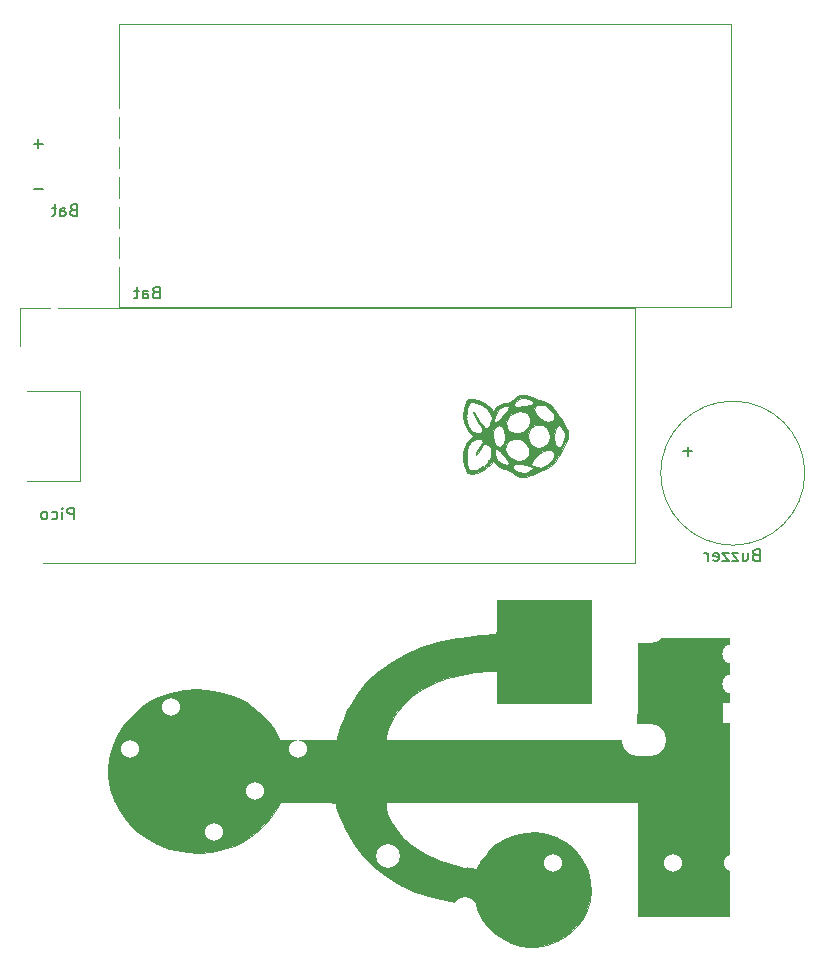
<source format=gbo>
G04 #@! TF.GenerationSoftware,KiCad,Pcbnew,5.1.9+dfsg1-1*
G04 #@! TF.CreationDate,2021-08-19T15:16:30+02:00*
G04 #@! TF.ProjectId,piconsole,7069636f-6e73-46f6-9c65-2e6b69636164,rev?*
G04 #@! TF.SameCoordinates,Original*
G04 #@! TF.FileFunction,Legend,Bot*
G04 #@! TF.FilePolarity,Positive*
%FSLAX46Y46*%
G04 Gerber Fmt 4.6, Leading zero omitted, Abs format (unit mm)*
G04 Created by KiCad (PCBNEW 5.1.9+dfsg1-1) date 2021-08-19 15:16:30*
%MOMM*%
%LPD*%
G01*
G04 APERTURE LIST*
%ADD10C,0.010000*%
%ADD11C,0.120000*%
%ADD12C,0.150000*%
%ADD13C,1.700000*%
%ADD14C,2.100000*%
%ADD15R,1.700000X1.700000*%
%ADD16C,2.000000*%
%ADD17R,2.700000X1.700000*%
%ADD18O,3.740000X2.720000*%
%ADD19C,1.800000*%
%ADD20R,1.800000X1.800000*%
%ADD21R,1.624000X1.624000*%
%ADD22C,1.624000*%
%ADD23C,1.524000*%
%ADD24C,3.100000*%
%ADD25R,2.000000X2.000000*%
%ADD26R,2.200000X2.200000*%
%ADD27O,2.200000X2.200000*%
%ADD28O,1.700000X1.700000*%
%ADD29C,1.600000*%
%ADD30O,1.600000X1.600000*%
%ADD31R,1.600000X1.600000*%
G04 APERTURE END LIST*
D10*
G36*
X103967636Y-121562403D02*
G01*
X104140570Y-122613225D01*
X104465451Y-123600878D01*
X104933619Y-124515859D01*
X105536416Y-125348662D01*
X106265183Y-126089785D01*
X107111262Y-126729724D01*
X108065993Y-127258973D01*
X109120719Y-127668031D01*
X109669855Y-127821330D01*
X110618463Y-127979553D01*
X111633962Y-128014588D01*
X112671027Y-127930057D01*
X113684334Y-127729585D01*
X114604034Y-127426819D01*
X115488428Y-126990017D01*
X116322096Y-126428136D01*
X117076932Y-125766386D01*
X117724830Y-125029974D01*
X118237685Y-124244108D01*
X118313074Y-124100167D01*
X118494442Y-123740333D01*
X120863388Y-123740333D01*
X121557978Y-123740761D01*
X122101682Y-123742897D01*
X122512946Y-123748022D01*
X122810216Y-123757413D01*
X123011938Y-123772350D01*
X123136558Y-123794113D01*
X123202522Y-123823981D01*
X123228278Y-123863233D01*
X123232334Y-123904621D01*
X123268746Y-124114909D01*
X123369406Y-124442539D01*
X123521447Y-124854095D01*
X123712004Y-125316161D01*
X123928211Y-125795324D01*
X124081873Y-126111000D01*
X124750314Y-127261758D01*
X125540638Y-128298358D01*
X126453776Y-129221383D01*
X127490656Y-130031416D01*
X128652206Y-130729042D01*
X129939358Y-131314843D01*
X131353039Y-131789402D01*
X132894178Y-132153305D01*
X133993188Y-132334761D01*
X135059710Y-132483289D01*
X135167160Y-132789644D01*
X135513759Y-133530309D01*
X135997624Y-134200362D01*
X136596339Y-134785540D01*
X137287488Y-135271585D01*
X138048655Y-135644233D01*
X138857424Y-135889225D01*
X139691379Y-135992299D01*
X140183403Y-135980990D01*
X141111374Y-135829725D01*
X141960116Y-135529106D01*
X142733887Y-135077101D01*
X143436946Y-134471675D01*
X143514696Y-134390810D01*
X144070340Y-133684780D01*
X144475835Y-132914009D01*
X144728705Y-132096624D01*
X144826472Y-131250751D01*
X144766657Y-130394519D01*
X144546784Y-129546055D01*
X144264520Y-128905000D01*
X143856257Y-128246136D01*
X143369153Y-127694799D01*
X142761224Y-127204730D01*
X142656447Y-127133263D01*
X141890346Y-126707217D01*
X141084493Y-126434777D01*
X140204995Y-126304501D01*
X140200544Y-126304200D01*
X139265985Y-126320133D01*
X138383660Y-126494408D01*
X137562690Y-126823649D01*
X136812196Y-127304479D01*
X136324273Y-127738928D01*
X135999434Y-128095858D01*
X135701691Y-128473640D01*
X135476706Y-128813375D01*
X135440968Y-128878192D01*
X135293820Y-129151448D01*
X135187852Y-129304471D01*
X135086074Y-129367237D01*
X134951492Y-129369724D01*
X134850875Y-129356371D01*
X133914498Y-129192001D01*
X132992849Y-128974224D01*
X132128910Y-128715335D01*
X131365664Y-128427627D01*
X130979334Y-128249013D01*
X130237112Y-127817703D01*
X129546625Y-127306254D01*
X128926040Y-126735659D01*
X128393521Y-126126909D01*
X127967234Y-125500996D01*
X127665344Y-124878911D01*
X127506016Y-124281647D01*
X127498979Y-124227167D01*
X127442353Y-123740333D01*
X148801667Y-123740333D01*
X148801667Y-133392333D01*
X156506334Y-133392333D01*
X156506334Y-109855000D01*
X148803219Y-109855000D01*
X148781276Y-114151833D01*
X148759334Y-118448667D01*
X138111447Y-118470160D01*
X127463561Y-118491654D01*
X127518272Y-118131493D01*
X127678858Y-117442190D01*
X127952474Y-116794889D01*
X128355220Y-116159229D01*
X128903195Y-115504851D01*
X128921468Y-115485232D01*
X129696635Y-114757830D01*
X130560602Y-114145607D01*
X131526313Y-113642177D01*
X132606712Y-113241158D01*
X133814745Y-112936163D01*
X134258710Y-112852884D01*
X134602598Y-112800799D01*
X135008509Y-112750590D01*
X135442156Y-112705101D01*
X135869252Y-112667178D01*
X136255506Y-112639664D01*
X136566631Y-112625404D01*
X136768339Y-112627244D01*
X136826313Y-112639869D01*
X136839025Y-112732980D01*
X136849880Y-112965868D01*
X136858077Y-113308978D01*
X136862817Y-113732757D01*
X136863667Y-114017778D01*
X136863667Y-115358333D01*
X144822334Y-115358333D01*
X144822334Y-106637667D01*
X136863667Y-106637667D01*
X136863667Y-108077000D01*
X136863119Y-108600928D01*
X136859382Y-108979240D01*
X136849318Y-109235650D01*
X136829789Y-109393874D01*
X136797657Y-109477630D01*
X136749783Y-109510632D01*
X136683029Y-109516597D01*
X136673167Y-109516622D01*
X136377639Y-109528636D01*
X135954784Y-109561145D01*
X135444783Y-109609844D01*
X134887817Y-109670430D01*
X134324068Y-109738600D01*
X133793716Y-109810048D01*
X133451002Y-109861760D01*
X131902821Y-110178447D01*
X130467989Y-110614070D01*
X129148928Y-111167091D01*
X127948060Y-111835972D01*
X126867806Y-112619176D01*
X125910588Y-113515165D01*
X125078827Y-114522402D01*
X124387078Y-115617175D01*
X124203661Y-115979153D01*
X124003830Y-116418694D01*
X123804733Y-116892856D01*
X123623517Y-117358699D01*
X123477329Y-117773281D01*
X123383317Y-118093662D01*
X123366286Y-118173500D01*
X123309327Y-118491000D01*
X120921330Y-118489040D01*
X118533334Y-118487081D01*
X118194797Y-117875207D01*
X117893141Y-117416324D01*
X117482324Y-116912176D01*
X117000563Y-116400891D01*
X116486073Y-115920595D01*
X115977071Y-115509415D01*
X115527667Y-115214313D01*
X114486892Y-114726964D01*
X113380039Y-114388830D01*
X112232118Y-114206379D01*
X111506000Y-114174279D01*
X110357483Y-114254620D01*
X109234687Y-114490843D01*
X108165421Y-114875742D01*
X107490867Y-115214313D01*
X106975470Y-115554750D01*
X106425044Y-116001119D01*
X105885281Y-116510499D01*
X105401870Y-117039966D01*
X105040745Y-117516023D01*
X104597569Y-118307763D01*
X104260337Y-119181491D01*
X104040840Y-120092742D01*
X103950870Y-120997056D01*
X103967636Y-121562403D01*
G37*
X103967636Y-121562403D02*
X104140570Y-122613225D01*
X104465451Y-123600878D01*
X104933619Y-124515859D01*
X105536416Y-125348662D01*
X106265183Y-126089785D01*
X107111262Y-126729724D01*
X108065993Y-127258973D01*
X109120719Y-127668031D01*
X109669855Y-127821330D01*
X110618463Y-127979553D01*
X111633962Y-128014588D01*
X112671027Y-127930057D01*
X113684334Y-127729585D01*
X114604034Y-127426819D01*
X115488428Y-126990017D01*
X116322096Y-126428136D01*
X117076932Y-125766386D01*
X117724830Y-125029974D01*
X118237685Y-124244108D01*
X118313074Y-124100167D01*
X118494442Y-123740333D01*
X120863388Y-123740333D01*
X121557978Y-123740761D01*
X122101682Y-123742897D01*
X122512946Y-123748022D01*
X122810216Y-123757413D01*
X123011938Y-123772350D01*
X123136558Y-123794113D01*
X123202522Y-123823981D01*
X123228278Y-123863233D01*
X123232334Y-123904621D01*
X123268746Y-124114909D01*
X123369406Y-124442539D01*
X123521447Y-124854095D01*
X123712004Y-125316161D01*
X123928211Y-125795324D01*
X124081873Y-126111000D01*
X124750314Y-127261758D01*
X125540638Y-128298358D01*
X126453776Y-129221383D01*
X127490656Y-130031416D01*
X128652206Y-130729042D01*
X129939358Y-131314843D01*
X131353039Y-131789402D01*
X132894178Y-132153305D01*
X133993188Y-132334761D01*
X135059710Y-132483289D01*
X135167160Y-132789644D01*
X135513759Y-133530309D01*
X135997624Y-134200362D01*
X136596339Y-134785540D01*
X137287488Y-135271585D01*
X138048655Y-135644233D01*
X138857424Y-135889225D01*
X139691379Y-135992299D01*
X140183403Y-135980990D01*
X141111374Y-135829725D01*
X141960116Y-135529106D01*
X142733887Y-135077101D01*
X143436946Y-134471675D01*
X143514696Y-134390810D01*
X144070340Y-133684780D01*
X144475835Y-132914009D01*
X144728705Y-132096624D01*
X144826472Y-131250751D01*
X144766657Y-130394519D01*
X144546784Y-129546055D01*
X144264520Y-128905000D01*
X143856257Y-128246136D01*
X143369153Y-127694799D01*
X142761224Y-127204730D01*
X142656447Y-127133263D01*
X141890346Y-126707217D01*
X141084493Y-126434777D01*
X140204995Y-126304501D01*
X140200544Y-126304200D01*
X139265985Y-126320133D01*
X138383660Y-126494408D01*
X137562690Y-126823649D01*
X136812196Y-127304479D01*
X136324273Y-127738928D01*
X135999434Y-128095858D01*
X135701691Y-128473640D01*
X135476706Y-128813375D01*
X135440968Y-128878192D01*
X135293820Y-129151448D01*
X135187852Y-129304471D01*
X135086074Y-129367237D01*
X134951492Y-129369724D01*
X134850875Y-129356371D01*
X133914498Y-129192001D01*
X132992849Y-128974224D01*
X132128910Y-128715335D01*
X131365664Y-128427627D01*
X130979334Y-128249013D01*
X130237112Y-127817703D01*
X129546625Y-127306254D01*
X128926040Y-126735659D01*
X128393521Y-126126909D01*
X127967234Y-125500996D01*
X127665344Y-124878911D01*
X127506016Y-124281647D01*
X127498979Y-124227167D01*
X127442353Y-123740333D01*
X148801667Y-123740333D01*
X148801667Y-133392333D01*
X156506334Y-133392333D01*
X156506334Y-109855000D01*
X148803219Y-109855000D01*
X148781276Y-114151833D01*
X148759334Y-118448667D01*
X138111447Y-118470160D01*
X127463561Y-118491654D01*
X127518272Y-118131493D01*
X127678858Y-117442190D01*
X127952474Y-116794889D01*
X128355220Y-116159229D01*
X128903195Y-115504851D01*
X128921468Y-115485232D01*
X129696635Y-114757830D01*
X130560602Y-114145607D01*
X131526313Y-113642177D01*
X132606712Y-113241158D01*
X133814745Y-112936163D01*
X134258710Y-112852884D01*
X134602598Y-112800799D01*
X135008509Y-112750590D01*
X135442156Y-112705101D01*
X135869252Y-112667178D01*
X136255506Y-112639664D01*
X136566631Y-112625404D01*
X136768339Y-112627244D01*
X136826313Y-112639869D01*
X136839025Y-112732980D01*
X136849880Y-112965868D01*
X136858077Y-113308978D01*
X136862817Y-113732757D01*
X136863667Y-114017778D01*
X136863667Y-115358333D01*
X144822334Y-115358333D01*
X144822334Y-106637667D01*
X136863667Y-106637667D01*
X136863667Y-108077000D01*
X136863119Y-108600928D01*
X136859382Y-108979240D01*
X136849318Y-109235650D01*
X136829789Y-109393874D01*
X136797657Y-109477630D01*
X136749783Y-109510632D01*
X136683029Y-109516597D01*
X136673167Y-109516622D01*
X136377639Y-109528636D01*
X135954784Y-109561145D01*
X135444783Y-109609844D01*
X134887817Y-109670430D01*
X134324068Y-109738600D01*
X133793716Y-109810048D01*
X133451002Y-109861760D01*
X131902821Y-110178447D01*
X130467989Y-110614070D01*
X129148928Y-111167091D01*
X127948060Y-111835972D01*
X126867806Y-112619176D01*
X125910588Y-113515165D01*
X125078827Y-114522402D01*
X124387078Y-115617175D01*
X124203661Y-115979153D01*
X124003830Y-116418694D01*
X123804733Y-116892856D01*
X123623517Y-117358699D01*
X123477329Y-117773281D01*
X123383317Y-118093662D01*
X123366286Y-118173500D01*
X123309327Y-118491000D01*
X120921330Y-118489040D01*
X118533334Y-118487081D01*
X118194797Y-117875207D01*
X117893141Y-117416324D01*
X117482324Y-116912176D01*
X117000563Y-116400891D01*
X116486073Y-115920595D01*
X115977071Y-115509415D01*
X115527667Y-115214313D01*
X114486892Y-114726964D01*
X113380039Y-114388830D01*
X112232118Y-114206379D01*
X111506000Y-114174279D01*
X110357483Y-114254620D01*
X109234687Y-114490843D01*
X108165421Y-114875742D01*
X107490867Y-115214313D01*
X106975470Y-115554750D01*
X106425044Y-116001119D01*
X105885281Y-116510499D01*
X105401870Y-117039966D01*
X105040745Y-117516023D01*
X104597569Y-118307763D01*
X104260337Y-119181491D01*
X104040840Y-120092742D01*
X103950870Y-120997056D01*
X103967636Y-121562403D01*
D11*
X96520000Y-85090000D02*
X96520000Y-81915000D01*
X96520000Y-81915000D02*
X99060000Y-81915000D01*
X148590000Y-81915000D02*
X148590000Y-103505000D01*
X148590000Y-103505000D02*
X98425000Y-103505000D01*
X148590000Y-81915000D02*
X99695000Y-81915000D01*
X101553400Y-88900000D02*
X97053400Y-88900000D01*
X101553400Y-96520000D02*
X97053400Y-96520000D01*
X101553400Y-88900000D02*
X101553400Y-96520000D01*
D10*
G36*
X134084621Y-95194759D02*
G01*
X134245946Y-95652167D01*
X134358413Y-95839367D01*
X134505242Y-95914827D01*
X134687472Y-95926058D01*
X135156551Y-95857378D01*
X135628674Y-95674141D01*
X136047528Y-95405081D01*
X136356796Y-95078929D01*
X136361533Y-95071938D01*
X136518607Y-94838229D01*
X136869435Y-95161611D01*
X137217671Y-95418774D01*
X137575382Y-95542526D01*
X137592298Y-95545383D01*
X137984343Y-95679496D01*
X138218333Y-95846027D01*
X138574302Y-96119227D01*
X138925557Y-96243010D01*
X139304039Y-96220666D01*
X139741691Y-96055482D01*
X139827570Y-96011700D01*
X140177054Y-95846428D01*
X140555092Y-95695244D01*
X140768485Y-95624406D01*
X141063373Y-95522326D01*
X141310422Y-95389692D01*
X141535305Y-95201407D01*
X141763694Y-94932376D01*
X142021259Y-94557503D01*
X142270961Y-94155637D01*
X142575563Y-93620834D01*
X142775519Y-93186856D01*
X142879021Y-92828272D01*
X142894263Y-92519650D01*
X142859409Y-92329000D01*
X142780498Y-92144324D01*
X142626975Y-91859776D01*
X142422155Y-91512145D01*
X142189352Y-91138219D01*
X142132042Y-91050511D01*
X142132042Y-91822705D01*
X142305110Y-91941318D01*
X142472833Y-92198773D01*
X142601780Y-92474317D01*
X142651378Y-92672635D01*
X142626236Y-92863554D01*
X142533104Y-93111787D01*
X142347067Y-93472473D01*
X142167710Y-93668542D01*
X142005930Y-93704656D01*
X141872625Y-93585478D01*
X141778691Y-93315672D01*
X141735025Y-92899900D01*
X141733248Y-92769516D01*
X141765022Y-92338070D01*
X141850047Y-92030304D01*
X141976371Y-91855442D01*
X142132042Y-91822705D01*
X142132042Y-91050511D01*
X141951880Y-90774787D01*
X141733053Y-90458638D01*
X141556184Y-90226561D01*
X141466441Y-90130933D01*
X141247985Y-89994293D01*
X140945049Y-89860548D01*
X140738150Y-89792175D01*
X140540603Y-89727754D01*
X140540603Y-90085649D01*
X140542433Y-90085650D01*
X140898878Y-90152201D01*
X141223243Y-90329328D01*
X141487060Y-90584386D01*
X141661859Y-90884732D01*
X141719172Y-91197721D01*
X141680608Y-91390742D01*
X141566404Y-91488975D01*
X141399087Y-91512302D01*
X141399087Y-93897436D01*
X141604190Y-93979327D01*
X141713951Y-94172709D01*
X141709389Y-94445777D01*
X141592648Y-94755304D01*
X141563124Y-94806274D01*
X141303835Y-95105789D01*
X140970978Y-95312674D01*
X140606583Y-95415318D01*
X140252677Y-95402109D01*
X139951289Y-95261438D01*
X139942213Y-95254067D01*
X139742333Y-95088801D01*
X139920369Y-94773628D01*
X140144819Y-94478024D01*
X140441966Y-94225125D01*
X140774760Y-94032409D01*
X141106150Y-93917354D01*
X141399087Y-93897436D01*
X141399087Y-91512302D01*
X141312666Y-91524351D01*
X141276929Y-91524667D01*
X140889726Y-91449278D01*
X140521403Y-91248504D01*
X140419667Y-91146332D01*
X140419667Y-91782432D01*
X140790239Y-91848845D01*
X141066843Y-92052789D01*
X141258870Y-92401316D01*
X141264415Y-92416908D01*
X141340533Y-92820915D01*
X141261160Y-93191795D01*
X141165008Y-93373238D01*
X141003118Y-93539468D01*
X140771920Y-93682847D01*
X140744487Y-93694908D01*
X140388934Y-93764277D01*
X140061226Y-93686158D01*
X139789958Y-93482392D01*
X139603724Y-93174824D01*
X139531120Y-92785295D01*
X139530983Y-92767934D01*
X139595410Y-92349519D01*
X139780519Y-92035825D01*
X140072681Y-91841965D01*
X140419667Y-91782432D01*
X140419667Y-91146332D01*
X140234560Y-90960430D01*
X140166585Y-90849110D01*
X140048724Y-90523111D01*
X140073508Y-90283678D01*
X140238335Y-90136095D01*
X140540603Y-90085649D01*
X140540603Y-89727754D01*
X140374126Y-89673464D01*
X139994817Y-89524348D01*
X139825785Y-89447215D01*
X139556238Y-89329931D01*
X139323258Y-89254280D01*
X139261966Y-89244582D01*
X139261966Y-89542649D01*
X139585725Y-89613730D01*
X139730147Y-89688563D01*
X139899610Y-89840287D01*
X139904745Y-89971662D01*
X139743530Y-90090285D01*
X139608974Y-90144054D01*
X139363799Y-90199924D01*
X139033607Y-90238636D01*
X138821008Y-90248217D01*
X138821008Y-90649778D01*
X139093339Y-90668755D01*
X139280294Y-90748732D01*
X139459249Y-90919224D01*
X139654130Y-91229738D01*
X139683474Y-91549402D01*
X139547995Y-91893429D01*
X139507812Y-91956646D01*
X139205781Y-92277773D01*
X138832393Y-92469363D01*
X138426077Y-92512323D01*
X138405550Y-92510123D01*
X138405550Y-92974379D01*
X138814477Y-93019926D01*
X139077525Y-93141074D01*
X139370907Y-93398941D01*
X139555228Y-93719548D01*
X139621570Y-94062952D01*
X139561014Y-94389211D01*
X139407515Y-94618848D01*
X139128898Y-94787202D01*
X138784316Y-94837689D01*
X138694161Y-94823542D01*
X138694161Y-95092147D01*
X139020988Y-95110290D01*
X139357124Y-95170408D01*
X139651980Y-95269077D01*
X139699622Y-95292138D01*
X139987926Y-95441226D01*
X139754575Y-95641946D01*
X139539655Y-95778803D01*
X139273210Y-95836461D01*
X139096099Y-95842667D01*
X138809951Y-95824915D01*
X138611605Y-95751713D01*
X138421463Y-95593135D01*
X138414868Y-95586560D01*
X138259292Y-95414125D01*
X138216736Y-95300543D01*
X138269309Y-95197260D01*
X138270786Y-95195473D01*
X138427231Y-95119400D01*
X138694161Y-95092147D01*
X138694161Y-94823542D01*
X138418793Y-94780331D01*
X138077352Y-94625152D01*
X137805015Y-94382175D01*
X137714444Y-94241949D01*
X137589687Y-93861631D01*
X137618379Y-93520890D01*
X137795185Y-93240856D01*
X138004972Y-93091876D01*
X138405550Y-92974379D01*
X138405550Y-92510123D01*
X138395915Y-92509090D01*
X138045654Y-92404573D01*
X137810586Y-92209863D01*
X137684370Y-91952683D01*
X137660668Y-91660758D01*
X137733142Y-91361810D01*
X137895454Y-91083565D01*
X138141265Y-90853744D01*
X138464237Y-90700072D01*
X138821008Y-90649778D01*
X138821008Y-90248217D01*
X138783945Y-90249888D01*
X138493763Y-90248193D01*
X138336419Y-90228058D01*
X138275511Y-90176782D01*
X138274641Y-90081668D01*
X138275945Y-90072661D01*
X138388168Y-89841233D01*
X138619223Y-89668013D01*
X138925144Y-89564615D01*
X139261966Y-89542649D01*
X139261966Y-89244582D01*
X139224586Y-89238667D01*
X138855572Y-89304425D01*
X138474155Y-89479151D01*
X138214302Y-89673354D01*
X138007386Y-89827885D01*
X137812827Y-89911270D01*
X137786929Y-89914235D01*
X137786929Y-90197954D01*
X137842571Y-90215570D01*
X137863381Y-90320005D01*
X137770556Y-90520573D01*
X137575353Y-90799060D01*
X137289030Y-91137250D01*
X137239552Y-91191317D01*
X137049710Y-91382677D01*
X137049710Y-91839541D01*
X137238960Y-91909492D01*
X137396231Y-92090993D01*
X137509101Y-92355226D01*
X137565149Y-92673376D01*
X137551953Y-93016626D01*
X137460653Y-93347719D01*
X137303535Y-93574646D01*
X137099929Y-93642825D01*
X136868546Y-93549785D01*
X136814337Y-93501199D01*
X136814337Y-93794909D01*
X136938784Y-93889356D01*
X137097006Y-94037493D01*
X137330061Y-94278312D01*
X137558508Y-94543163D01*
X137752773Y-94794197D01*
X137883281Y-94993561D01*
X137922000Y-95093370D01*
X137849348Y-95147100D01*
X137706129Y-95165333D01*
X137410298Y-95105700D01*
X137106557Y-94956683D01*
X136912625Y-94792316D01*
X136800894Y-94575639D01*
X136723385Y-94280255D01*
X136699829Y-93996169D01*
X136714237Y-93887294D01*
X136750415Y-93798510D01*
X136814337Y-93794909D01*
X136814337Y-93501199D01*
X136748072Y-93441807D01*
X136579091Y-93156952D01*
X136509161Y-92805936D01*
X136535006Y-92442829D01*
X136653349Y-92121700D01*
X136840903Y-91909956D01*
X137049710Y-91839541D01*
X137049710Y-91382677D01*
X136979427Y-91453523D01*
X136803337Y-91579405D01*
X136699320Y-91572134D01*
X136655414Y-91434877D01*
X136652000Y-91346962D01*
X136706587Y-91018030D01*
X136847687Y-90694599D01*
X137041305Y-90447917D01*
X137103794Y-90400018D01*
X137337124Y-90284557D01*
X137587154Y-90211630D01*
X137786929Y-90197954D01*
X137786929Y-89914235D01*
X137771516Y-89916000D01*
X137454555Y-89974086D01*
X137115128Y-90123027D01*
X136829098Y-90324843D01*
X136725518Y-90439656D01*
X136547220Y-90690053D01*
X136331663Y-90387097D01*
X136060103Y-90116159D01*
X135676289Y-89874866D01*
X135237299Y-89692370D01*
X134800212Y-89597827D01*
X134783358Y-89596268D01*
X134764142Y-89595121D01*
X134764142Y-89879744D01*
X134768167Y-89879981D01*
X134945344Y-89893858D01*
X135022167Y-89905082D01*
X135086554Y-89914284D01*
X135182585Y-89949268D01*
X135363813Y-90037695D01*
X135404054Y-90058902D01*
X135594562Y-90156187D01*
X135711735Y-90207969D01*
X135720667Y-90210201D01*
X135841638Y-90279077D01*
X135992024Y-90422699D01*
X136111317Y-90576849D01*
X136144000Y-90659480D01*
X136190414Y-90731686D01*
X136228667Y-90720333D01*
X136295307Y-90746257D01*
X136313333Y-90842336D01*
X136350589Y-90982562D01*
X136404727Y-91016667D01*
X136451978Y-91086626D01*
X136441074Y-91265089D01*
X136380598Y-91504933D01*
X136279133Y-91759034D01*
X136263934Y-91789573D01*
X136142462Y-91966944D01*
X136029852Y-92058352D01*
X135879812Y-92027804D01*
X135676382Y-91851668D01*
X135430094Y-91541162D01*
X135176017Y-91148647D01*
X135027499Y-90907555D01*
X134919706Y-90744527D01*
X134874290Y-90692173D01*
X134874000Y-90693807D01*
X134914377Y-90841725D01*
X135020488Y-91087824D01*
X135169808Y-91385773D01*
X135339807Y-91689242D01*
X135426526Y-91830139D01*
X135578425Y-92074257D01*
X135646713Y-92220788D01*
X135640584Y-92313784D01*
X135569228Y-92397297D01*
X135548762Y-92415993D01*
X135486610Y-92446387D01*
X135486610Y-92988893D01*
X135644820Y-93077727D01*
X135657981Y-93249359D01*
X135526205Y-93489363D01*
X135357500Y-93735948D01*
X135208571Y-93989920D01*
X135102008Y-94207988D01*
X135060400Y-94346863D01*
X135066589Y-94370144D01*
X135127168Y-94323911D01*
X135251787Y-94168382D01*
X135413572Y-93937122D01*
X135415027Y-93934932D01*
X135639137Y-93622770D01*
X135813869Y-93452725D01*
X135963141Y-93414268D01*
X136110876Y-93496868D01*
X136199675Y-93589543D01*
X136328594Y-93773858D01*
X136386250Y-93973694D01*
X136381150Y-94243176D01*
X136343930Y-94507485D01*
X136293873Y-94697560D01*
X136233810Y-94780369D01*
X136217861Y-94777655D01*
X136147765Y-94791650D01*
X136144000Y-94815622D01*
X136090165Y-94941253D01*
X136032682Y-95011119D01*
X135897807Y-95177847D01*
X135823590Y-95292333D01*
X135749804Y-95381169D01*
X135723241Y-95350068D01*
X135675213Y-95304397D01*
X135527224Y-95377525D01*
X135472181Y-95415406D01*
X135289872Y-95529771D01*
X135165220Y-95580580D01*
X135154681Y-95580479D01*
X135043333Y-95587922D01*
X134937440Y-95607887D01*
X134740250Y-95629403D01*
X134733326Y-95629997D01*
X134552857Y-95628643D01*
X134461098Y-95552720D01*
X134404675Y-95356347D01*
X134402442Y-95345549D01*
X134363073Y-95078688D01*
X134336949Y-94753054D01*
X134324706Y-94413581D01*
X134326976Y-94105203D01*
X134344395Y-93872855D01*
X134377598Y-93761471D01*
X134380047Y-93759652D01*
X134415638Y-93660662D01*
X134404348Y-93634885D01*
X134425752Y-93542861D01*
X134487147Y-93504863D01*
X134580672Y-93430417D01*
X134579177Y-93389777D01*
X134597108Y-93281567D01*
X134734921Y-93159577D01*
X134948620Y-93052648D01*
X135188441Y-92990378D01*
X135486610Y-92988893D01*
X135486610Y-92446387D01*
X135339220Y-92518467D01*
X135152578Y-92502634D01*
X134909409Y-92417596D01*
X134705008Y-92303801D01*
X134583741Y-92190426D01*
X134574482Y-92122485D01*
X134550085Y-92035778D01*
X134493941Y-92002410D01*
X134408828Y-91898667D01*
X134415533Y-91832769D01*
X134407270Y-91694042D01*
X134370391Y-91654380D01*
X134317102Y-91550889D01*
X134329574Y-91515107D01*
X134325590Y-91389564D01*
X134278255Y-91309291D01*
X134220994Y-91208446D01*
X134273945Y-91186000D01*
X134329570Y-91147887D01*
X134278624Y-91011628D01*
X134275865Y-91006449D01*
X134232132Y-90890642D01*
X134262921Y-90878287D01*
X134316984Y-90838030D01*
X134347555Y-90661073D01*
X134350997Y-90572684D01*
X134373324Y-90345755D01*
X134423409Y-90204147D01*
X134445629Y-90185790D01*
X134523254Y-90087339D01*
X134535333Y-90010844D01*
X134587524Y-89902597D01*
X134764142Y-89879744D01*
X134764142Y-89595121D01*
X134536004Y-89581498D01*
X134398051Y-89614131D01*
X134310321Y-89725593D01*
X134239743Y-89884948D01*
X134069332Y-90444886D01*
X134012119Y-91008623D01*
X134062939Y-91544333D01*
X134216630Y-92020190D01*
X134468026Y-92404369D01*
X134678306Y-92587769D01*
X134935044Y-92761872D01*
X134653034Y-92946735D01*
X134354943Y-93237896D01*
X134143863Y-93642797D01*
X134024986Y-94126919D01*
X134003508Y-94655745D01*
X134084621Y-95194759D01*
G37*
X134084621Y-95194759D02*
X134245946Y-95652167D01*
X134358413Y-95839367D01*
X134505242Y-95914827D01*
X134687472Y-95926058D01*
X135156551Y-95857378D01*
X135628674Y-95674141D01*
X136047528Y-95405081D01*
X136356796Y-95078929D01*
X136361533Y-95071938D01*
X136518607Y-94838229D01*
X136869435Y-95161611D01*
X137217671Y-95418774D01*
X137575382Y-95542526D01*
X137592298Y-95545383D01*
X137984343Y-95679496D01*
X138218333Y-95846027D01*
X138574302Y-96119227D01*
X138925557Y-96243010D01*
X139304039Y-96220666D01*
X139741691Y-96055482D01*
X139827570Y-96011700D01*
X140177054Y-95846428D01*
X140555092Y-95695244D01*
X140768485Y-95624406D01*
X141063373Y-95522326D01*
X141310422Y-95389692D01*
X141535305Y-95201407D01*
X141763694Y-94932376D01*
X142021259Y-94557503D01*
X142270961Y-94155637D01*
X142575563Y-93620834D01*
X142775519Y-93186856D01*
X142879021Y-92828272D01*
X142894263Y-92519650D01*
X142859409Y-92329000D01*
X142780498Y-92144324D01*
X142626975Y-91859776D01*
X142422155Y-91512145D01*
X142189352Y-91138219D01*
X142132042Y-91050511D01*
X142132042Y-91822705D01*
X142305110Y-91941318D01*
X142472833Y-92198773D01*
X142601780Y-92474317D01*
X142651378Y-92672635D01*
X142626236Y-92863554D01*
X142533104Y-93111787D01*
X142347067Y-93472473D01*
X142167710Y-93668542D01*
X142005930Y-93704656D01*
X141872625Y-93585478D01*
X141778691Y-93315672D01*
X141735025Y-92899900D01*
X141733248Y-92769516D01*
X141765022Y-92338070D01*
X141850047Y-92030304D01*
X141976371Y-91855442D01*
X142132042Y-91822705D01*
X142132042Y-91050511D01*
X141951880Y-90774787D01*
X141733053Y-90458638D01*
X141556184Y-90226561D01*
X141466441Y-90130933D01*
X141247985Y-89994293D01*
X140945049Y-89860548D01*
X140738150Y-89792175D01*
X140540603Y-89727754D01*
X140540603Y-90085649D01*
X140542433Y-90085650D01*
X140898878Y-90152201D01*
X141223243Y-90329328D01*
X141487060Y-90584386D01*
X141661859Y-90884732D01*
X141719172Y-91197721D01*
X141680608Y-91390742D01*
X141566404Y-91488975D01*
X141399087Y-91512302D01*
X141399087Y-93897436D01*
X141604190Y-93979327D01*
X141713951Y-94172709D01*
X141709389Y-94445777D01*
X141592648Y-94755304D01*
X141563124Y-94806274D01*
X141303835Y-95105789D01*
X140970978Y-95312674D01*
X140606583Y-95415318D01*
X140252677Y-95402109D01*
X139951289Y-95261438D01*
X139942213Y-95254067D01*
X139742333Y-95088801D01*
X139920369Y-94773628D01*
X140144819Y-94478024D01*
X140441966Y-94225125D01*
X140774760Y-94032409D01*
X141106150Y-93917354D01*
X141399087Y-93897436D01*
X141399087Y-91512302D01*
X141312666Y-91524351D01*
X141276929Y-91524667D01*
X140889726Y-91449278D01*
X140521403Y-91248504D01*
X140419667Y-91146332D01*
X140419667Y-91782432D01*
X140790239Y-91848845D01*
X141066843Y-92052789D01*
X141258870Y-92401316D01*
X141264415Y-92416908D01*
X141340533Y-92820915D01*
X141261160Y-93191795D01*
X141165008Y-93373238D01*
X141003118Y-93539468D01*
X140771920Y-93682847D01*
X140744487Y-93694908D01*
X140388934Y-93764277D01*
X140061226Y-93686158D01*
X139789958Y-93482392D01*
X139603724Y-93174824D01*
X139531120Y-92785295D01*
X139530983Y-92767934D01*
X139595410Y-92349519D01*
X139780519Y-92035825D01*
X140072681Y-91841965D01*
X140419667Y-91782432D01*
X140419667Y-91146332D01*
X140234560Y-90960430D01*
X140166585Y-90849110D01*
X140048724Y-90523111D01*
X140073508Y-90283678D01*
X140238335Y-90136095D01*
X140540603Y-90085649D01*
X140540603Y-89727754D01*
X140374126Y-89673464D01*
X139994817Y-89524348D01*
X139825785Y-89447215D01*
X139556238Y-89329931D01*
X139323258Y-89254280D01*
X139261966Y-89244582D01*
X139261966Y-89542649D01*
X139585725Y-89613730D01*
X139730147Y-89688563D01*
X139899610Y-89840287D01*
X139904745Y-89971662D01*
X139743530Y-90090285D01*
X139608974Y-90144054D01*
X139363799Y-90199924D01*
X139033607Y-90238636D01*
X138821008Y-90248217D01*
X138821008Y-90649778D01*
X139093339Y-90668755D01*
X139280294Y-90748732D01*
X139459249Y-90919224D01*
X139654130Y-91229738D01*
X139683474Y-91549402D01*
X139547995Y-91893429D01*
X139507812Y-91956646D01*
X139205781Y-92277773D01*
X138832393Y-92469363D01*
X138426077Y-92512323D01*
X138405550Y-92510123D01*
X138405550Y-92974379D01*
X138814477Y-93019926D01*
X139077525Y-93141074D01*
X139370907Y-93398941D01*
X139555228Y-93719548D01*
X139621570Y-94062952D01*
X139561014Y-94389211D01*
X139407515Y-94618848D01*
X139128898Y-94787202D01*
X138784316Y-94837689D01*
X138694161Y-94823542D01*
X138694161Y-95092147D01*
X139020988Y-95110290D01*
X139357124Y-95170408D01*
X139651980Y-95269077D01*
X139699622Y-95292138D01*
X139987926Y-95441226D01*
X139754575Y-95641946D01*
X139539655Y-95778803D01*
X139273210Y-95836461D01*
X139096099Y-95842667D01*
X138809951Y-95824915D01*
X138611605Y-95751713D01*
X138421463Y-95593135D01*
X138414868Y-95586560D01*
X138259292Y-95414125D01*
X138216736Y-95300543D01*
X138269309Y-95197260D01*
X138270786Y-95195473D01*
X138427231Y-95119400D01*
X138694161Y-95092147D01*
X138694161Y-94823542D01*
X138418793Y-94780331D01*
X138077352Y-94625152D01*
X137805015Y-94382175D01*
X137714444Y-94241949D01*
X137589687Y-93861631D01*
X137618379Y-93520890D01*
X137795185Y-93240856D01*
X138004972Y-93091876D01*
X138405550Y-92974379D01*
X138405550Y-92510123D01*
X138395915Y-92509090D01*
X138045654Y-92404573D01*
X137810586Y-92209863D01*
X137684370Y-91952683D01*
X137660668Y-91660758D01*
X137733142Y-91361810D01*
X137895454Y-91083565D01*
X138141265Y-90853744D01*
X138464237Y-90700072D01*
X138821008Y-90649778D01*
X138821008Y-90248217D01*
X138783945Y-90249888D01*
X138493763Y-90248193D01*
X138336419Y-90228058D01*
X138275511Y-90176782D01*
X138274641Y-90081668D01*
X138275945Y-90072661D01*
X138388168Y-89841233D01*
X138619223Y-89668013D01*
X138925144Y-89564615D01*
X139261966Y-89542649D01*
X139261966Y-89244582D01*
X139224586Y-89238667D01*
X138855572Y-89304425D01*
X138474155Y-89479151D01*
X138214302Y-89673354D01*
X138007386Y-89827885D01*
X137812827Y-89911270D01*
X137786929Y-89914235D01*
X137786929Y-90197954D01*
X137842571Y-90215570D01*
X137863381Y-90320005D01*
X137770556Y-90520573D01*
X137575353Y-90799060D01*
X137289030Y-91137250D01*
X137239552Y-91191317D01*
X137049710Y-91382677D01*
X137049710Y-91839541D01*
X137238960Y-91909492D01*
X137396231Y-92090993D01*
X137509101Y-92355226D01*
X137565149Y-92673376D01*
X137551953Y-93016626D01*
X137460653Y-93347719D01*
X137303535Y-93574646D01*
X137099929Y-93642825D01*
X136868546Y-93549785D01*
X136814337Y-93501199D01*
X136814337Y-93794909D01*
X136938784Y-93889356D01*
X137097006Y-94037493D01*
X137330061Y-94278312D01*
X137558508Y-94543163D01*
X137752773Y-94794197D01*
X137883281Y-94993561D01*
X137922000Y-95093370D01*
X137849348Y-95147100D01*
X137706129Y-95165333D01*
X137410298Y-95105700D01*
X137106557Y-94956683D01*
X136912625Y-94792316D01*
X136800894Y-94575639D01*
X136723385Y-94280255D01*
X136699829Y-93996169D01*
X136714237Y-93887294D01*
X136750415Y-93798510D01*
X136814337Y-93794909D01*
X136814337Y-93501199D01*
X136748072Y-93441807D01*
X136579091Y-93156952D01*
X136509161Y-92805936D01*
X136535006Y-92442829D01*
X136653349Y-92121700D01*
X136840903Y-91909956D01*
X137049710Y-91839541D01*
X137049710Y-91382677D01*
X136979427Y-91453523D01*
X136803337Y-91579405D01*
X136699320Y-91572134D01*
X136655414Y-91434877D01*
X136652000Y-91346962D01*
X136706587Y-91018030D01*
X136847687Y-90694599D01*
X137041305Y-90447917D01*
X137103794Y-90400018D01*
X137337124Y-90284557D01*
X137587154Y-90211630D01*
X137786929Y-90197954D01*
X137786929Y-89914235D01*
X137771516Y-89916000D01*
X137454555Y-89974086D01*
X137115128Y-90123027D01*
X136829098Y-90324843D01*
X136725518Y-90439656D01*
X136547220Y-90690053D01*
X136331663Y-90387097D01*
X136060103Y-90116159D01*
X135676289Y-89874866D01*
X135237299Y-89692370D01*
X134800212Y-89597827D01*
X134783358Y-89596268D01*
X134764142Y-89595121D01*
X134764142Y-89879744D01*
X134768167Y-89879981D01*
X134945344Y-89893858D01*
X135022167Y-89905082D01*
X135086554Y-89914284D01*
X135182585Y-89949268D01*
X135363813Y-90037695D01*
X135404054Y-90058902D01*
X135594562Y-90156187D01*
X135711735Y-90207969D01*
X135720667Y-90210201D01*
X135841638Y-90279077D01*
X135992024Y-90422699D01*
X136111317Y-90576849D01*
X136144000Y-90659480D01*
X136190414Y-90731686D01*
X136228667Y-90720333D01*
X136295307Y-90746257D01*
X136313333Y-90842336D01*
X136350589Y-90982562D01*
X136404727Y-91016667D01*
X136451978Y-91086626D01*
X136441074Y-91265089D01*
X136380598Y-91504933D01*
X136279133Y-91759034D01*
X136263934Y-91789573D01*
X136142462Y-91966944D01*
X136029852Y-92058352D01*
X135879812Y-92027804D01*
X135676382Y-91851668D01*
X135430094Y-91541162D01*
X135176017Y-91148647D01*
X135027499Y-90907555D01*
X134919706Y-90744527D01*
X134874290Y-90692173D01*
X134874000Y-90693807D01*
X134914377Y-90841725D01*
X135020488Y-91087824D01*
X135169808Y-91385773D01*
X135339807Y-91689242D01*
X135426526Y-91830139D01*
X135578425Y-92074257D01*
X135646713Y-92220788D01*
X135640584Y-92313784D01*
X135569228Y-92397297D01*
X135548762Y-92415993D01*
X135486610Y-92446387D01*
X135486610Y-92988893D01*
X135644820Y-93077727D01*
X135657981Y-93249359D01*
X135526205Y-93489363D01*
X135357500Y-93735948D01*
X135208571Y-93989920D01*
X135102008Y-94207988D01*
X135060400Y-94346863D01*
X135066589Y-94370144D01*
X135127168Y-94323911D01*
X135251787Y-94168382D01*
X135413572Y-93937122D01*
X135415027Y-93934932D01*
X135639137Y-93622770D01*
X135813869Y-93452725D01*
X135963141Y-93414268D01*
X136110876Y-93496868D01*
X136199675Y-93589543D01*
X136328594Y-93773858D01*
X136386250Y-93973694D01*
X136381150Y-94243176D01*
X136343930Y-94507485D01*
X136293873Y-94697560D01*
X136233810Y-94780369D01*
X136217861Y-94777655D01*
X136147765Y-94791650D01*
X136144000Y-94815622D01*
X136090165Y-94941253D01*
X136032682Y-95011119D01*
X135897807Y-95177847D01*
X135823590Y-95292333D01*
X135749804Y-95381169D01*
X135723241Y-95350068D01*
X135675213Y-95304397D01*
X135527224Y-95377525D01*
X135472181Y-95415406D01*
X135289872Y-95529771D01*
X135165220Y-95580580D01*
X135154681Y-95580479D01*
X135043333Y-95587922D01*
X134937440Y-95607887D01*
X134740250Y-95629403D01*
X134733326Y-95629997D01*
X134552857Y-95628643D01*
X134461098Y-95552720D01*
X134404675Y-95356347D01*
X134402442Y-95345549D01*
X134363073Y-95078688D01*
X134336949Y-94753054D01*
X134324706Y-94413581D01*
X134326976Y-94105203D01*
X134344395Y-93872855D01*
X134377598Y-93761471D01*
X134380047Y-93759652D01*
X134415638Y-93660662D01*
X134404348Y-93634885D01*
X134425752Y-93542861D01*
X134487147Y-93504863D01*
X134580672Y-93430417D01*
X134579177Y-93389777D01*
X134597108Y-93281567D01*
X134734921Y-93159577D01*
X134948620Y-93052648D01*
X135188441Y-92990378D01*
X135486610Y-92988893D01*
X135486610Y-92446387D01*
X135339220Y-92518467D01*
X135152578Y-92502634D01*
X134909409Y-92417596D01*
X134705008Y-92303801D01*
X134583741Y-92190426D01*
X134574482Y-92122485D01*
X134550085Y-92035778D01*
X134493941Y-92002410D01*
X134408828Y-91898667D01*
X134415533Y-91832769D01*
X134407270Y-91694042D01*
X134370391Y-91654380D01*
X134317102Y-91550889D01*
X134329574Y-91515107D01*
X134325590Y-91389564D01*
X134278255Y-91309291D01*
X134220994Y-91208446D01*
X134273945Y-91186000D01*
X134329570Y-91147887D01*
X134278624Y-91011628D01*
X134275865Y-91006449D01*
X134232132Y-90890642D01*
X134262921Y-90878287D01*
X134316984Y-90838030D01*
X134347555Y-90661073D01*
X134350997Y-90572684D01*
X134373324Y-90345755D01*
X134423409Y-90204147D01*
X134445629Y-90185790D01*
X134523254Y-90087339D01*
X134535333Y-90010844D01*
X134587524Y-89902597D01*
X134764142Y-89879744D01*
X134764142Y-89595121D01*
X134536004Y-89581498D01*
X134398051Y-89614131D01*
X134310321Y-89725593D01*
X134239743Y-89884948D01*
X134069332Y-90444886D01*
X134012119Y-91008623D01*
X134062939Y-91544333D01*
X134216630Y-92020190D01*
X134468026Y-92404369D01*
X134678306Y-92587769D01*
X134935044Y-92761872D01*
X134653034Y-92946735D01*
X134354943Y-93237896D01*
X134143863Y-93642797D01*
X134024986Y-94126919D01*
X134003508Y-94655745D01*
X134084621Y-95194759D01*
D11*
X156710000Y-57850000D02*
X104910000Y-57850000D01*
X104910000Y-57850000D02*
X104910000Y-81850000D01*
X104910000Y-81850000D02*
X156710000Y-81850000D01*
X156710000Y-81850000D02*
X156710000Y-57850000D01*
X162935000Y-95885000D02*
G75*
G03*
X162935000Y-95885000I-6100000J0D01*
G01*
D12*
X100996666Y-73588571D02*
X100853809Y-73636190D01*
X100806190Y-73683809D01*
X100758571Y-73779047D01*
X100758571Y-73921904D01*
X100806190Y-74017142D01*
X100853809Y-74064761D01*
X100949047Y-74112380D01*
X101330000Y-74112380D01*
X101330000Y-73112380D01*
X100996666Y-73112380D01*
X100901428Y-73160000D01*
X100853809Y-73207619D01*
X100806190Y-73302857D01*
X100806190Y-73398095D01*
X100853809Y-73493333D01*
X100901428Y-73540952D01*
X100996666Y-73588571D01*
X101330000Y-73588571D01*
X99901428Y-74112380D02*
X99901428Y-73588571D01*
X99949047Y-73493333D01*
X100044285Y-73445714D01*
X100234761Y-73445714D01*
X100330000Y-73493333D01*
X99901428Y-74064761D02*
X99996666Y-74112380D01*
X100234761Y-74112380D01*
X100330000Y-74064761D01*
X100377619Y-73969523D01*
X100377619Y-73874285D01*
X100330000Y-73779047D01*
X100234761Y-73731428D01*
X99996666Y-73731428D01*
X99901428Y-73683809D01*
X99568095Y-73445714D02*
X99187142Y-73445714D01*
X99425238Y-73112380D02*
X99425238Y-73969523D01*
X99377619Y-74064761D01*
X99282380Y-74112380D01*
X99187142Y-74112380D01*
X98424952Y-68016428D02*
X97663047Y-68016428D01*
X98044000Y-68397380D02*
X98044000Y-67635476D01*
X98424952Y-71826428D02*
X97663047Y-71826428D01*
X101075952Y-99802380D02*
X101075952Y-98802380D01*
X100695000Y-98802380D01*
X100599761Y-98850000D01*
X100552142Y-98897619D01*
X100504523Y-98992857D01*
X100504523Y-99135714D01*
X100552142Y-99230952D01*
X100599761Y-99278571D01*
X100695000Y-99326190D01*
X101075952Y-99326190D01*
X100075952Y-99802380D02*
X100075952Y-99135714D01*
X100075952Y-98802380D02*
X100123571Y-98850000D01*
X100075952Y-98897619D01*
X100028333Y-98850000D01*
X100075952Y-98802380D01*
X100075952Y-98897619D01*
X99171190Y-99754761D02*
X99266428Y-99802380D01*
X99456904Y-99802380D01*
X99552142Y-99754761D01*
X99599761Y-99707142D01*
X99647380Y-99611904D01*
X99647380Y-99326190D01*
X99599761Y-99230952D01*
X99552142Y-99183333D01*
X99456904Y-99135714D01*
X99266428Y-99135714D01*
X99171190Y-99183333D01*
X98599761Y-99802380D02*
X98695000Y-99754761D01*
X98742619Y-99707142D01*
X98790238Y-99611904D01*
X98790238Y-99326190D01*
X98742619Y-99230952D01*
X98695000Y-99183333D01*
X98599761Y-99135714D01*
X98456904Y-99135714D01*
X98361666Y-99183333D01*
X98314047Y-99230952D01*
X98266428Y-99326190D01*
X98266428Y-99611904D01*
X98314047Y-99707142D01*
X98361666Y-99754761D01*
X98456904Y-99802380D01*
X98599761Y-99802380D01*
X107981666Y-80573571D02*
X107838809Y-80621190D01*
X107791190Y-80668809D01*
X107743571Y-80764047D01*
X107743571Y-80906904D01*
X107791190Y-81002142D01*
X107838809Y-81049761D01*
X107934047Y-81097380D01*
X108315000Y-81097380D01*
X108315000Y-80097380D01*
X107981666Y-80097380D01*
X107886428Y-80145000D01*
X107838809Y-80192619D01*
X107791190Y-80287857D01*
X107791190Y-80383095D01*
X107838809Y-80478333D01*
X107886428Y-80525952D01*
X107981666Y-80573571D01*
X108315000Y-80573571D01*
X106886428Y-81097380D02*
X106886428Y-80573571D01*
X106934047Y-80478333D01*
X107029285Y-80430714D01*
X107219761Y-80430714D01*
X107315000Y-80478333D01*
X106886428Y-81049761D02*
X106981666Y-81097380D01*
X107219761Y-81097380D01*
X107315000Y-81049761D01*
X107362619Y-80954523D01*
X107362619Y-80859285D01*
X107315000Y-80764047D01*
X107219761Y-80716428D01*
X106981666Y-80716428D01*
X106886428Y-80668809D01*
X106553095Y-80430714D02*
X106172142Y-80430714D01*
X106410238Y-80097380D02*
X106410238Y-80954523D01*
X106362619Y-81049761D01*
X106267380Y-81097380D01*
X106172142Y-81097380D01*
X158773571Y-102798571D02*
X158630714Y-102846190D01*
X158583095Y-102893809D01*
X158535476Y-102989047D01*
X158535476Y-103131904D01*
X158583095Y-103227142D01*
X158630714Y-103274761D01*
X158725952Y-103322380D01*
X159106904Y-103322380D01*
X159106904Y-102322380D01*
X158773571Y-102322380D01*
X158678333Y-102370000D01*
X158630714Y-102417619D01*
X158583095Y-102512857D01*
X158583095Y-102608095D01*
X158630714Y-102703333D01*
X158678333Y-102750952D01*
X158773571Y-102798571D01*
X159106904Y-102798571D01*
X157678333Y-102655714D02*
X157678333Y-103322380D01*
X158106904Y-102655714D02*
X158106904Y-103179523D01*
X158059285Y-103274761D01*
X157964047Y-103322380D01*
X157821190Y-103322380D01*
X157725952Y-103274761D01*
X157678333Y-103227142D01*
X157297380Y-102655714D02*
X156773571Y-102655714D01*
X157297380Y-103322380D01*
X156773571Y-103322380D01*
X156487857Y-102655714D02*
X155964047Y-102655714D01*
X156487857Y-103322380D01*
X155964047Y-103322380D01*
X155202142Y-103274761D02*
X155297380Y-103322380D01*
X155487857Y-103322380D01*
X155583095Y-103274761D01*
X155630714Y-103179523D01*
X155630714Y-102798571D01*
X155583095Y-102703333D01*
X155487857Y-102655714D01*
X155297380Y-102655714D01*
X155202142Y-102703333D01*
X155154523Y-102798571D01*
X155154523Y-102893809D01*
X155630714Y-102989047D01*
X154725952Y-103322380D02*
X154725952Y-102655714D01*
X154725952Y-102846190D02*
X154678333Y-102750952D01*
X154630714Y-102703333D01*
X154535476Y-102655714D01*
X154440238Y-102655714D01*
X153415952Y-94051428D02*
X152654047Y-94051428D01*
X153035000Y-94432380D02*
X153035000Y-93670476D01*
%LPC*%
D13*
X138432500Y-64026000D03*
X135892500Y-64026000D03*
X133352500Y-64026000D03*
D14*
X111910000Y-64526000D03*
X149710000Y-64526000D03*
X111910000Y-97526000D03*
X149710000Y-97526000D03*
D15*
X123192500Y-64026000D03*
D13*
X125732500Y-64026000D03*
X128272500Y-64026000D03*
X130810000Y-64026000D03*
D14*
X120310000Y-65026000D03*
X141310000Y-65026000D03*
X120310000Y-86526000D03*
X141310000Y-86526000D03*
D16*
X134135000Y-128270000D03*
X134135000Y-132770000D03*
X127635000Y-128270000D03*
X127635000Y-132770000D03*
D17*
X100330000Y-71755000D03*
X100330000Y-67945000D03*
D18*
X149345000Y-118505000D03*
X149345000Y-108905000D03*
D19*
X156845000Y-111205000D03*
X156845000Y-113705000D03*
D20*
X156845000Y-116205000D03*
D21*
X98425000Y-83820000D03*
D22*
X100965000Y-83820000D03*
X103505000Y-83820000D03*
X106045000Y-83820000D03*
X108585000Y-83820000D03*
X111125000Y-83820000D03*
X113665000Y-83820000D03*
X116205000Y-83820000D03*
X118745000Y-83820000D03*
X121285000Y-83820000D03*
X123825000Y-83820000D03*
X126365000Y-83820000D03*
X128905000Y-83820000D03*
X131445000Y-83820000D03*
X133985000Y-83820000D03*
X136525000Y-83820000D03*
X139065000Y-83820000D03*
X141605000Y-83820000D03*
X144145000Y-83820000D03*
X146685000Y-83820000D03*
X146685000Y-101600000D03*
X144145000Y-101600000D03*
X141605000Y-101600000D03*
X139065000Y-101600000D03*
X136525000Y-101600000D03*
X133985000Y-101600000D03*
X131445000Y-101600000D03*
X128905000Y-101600000D03*
X126365000Y-101600000D03*
X123825000Y-101600000D03*
X121285000Y-101600000D03*
X118745000Y-101600000D03*
X116205000Y-101600000D03*
X113665000Y-101600000D03*
X111125000Y-101600000D03*
X108585000Y-101600000D03*
X106045000Y-101600000D03*
X103505000Y-101600000D03*
X100965000Y-101600000D03*
X98425000Y-101600000D03*
D23*
X146685000Y-128905000D03*
X141605000Y-128905000D03*
D24*
X130810000Y-69850000D03*
D25*
X153035000Y-95885000D03*
D16*
X160635000Y-95885000D03*
D20*
X155575000Y-63500000D03*
D19*
X158115000Y-63500000D03*
D20*
X155575000Y-71755000D03*
D19*
X158115000Y-71755000D03*
X158115000Y-79930000D03*
D20*
X155575000Y-79930000D03*
X155575000Y-88265000D03*
D19*
X158115000Y-88265000D03*
D26*
X113665000Y-73660000D03*
D27*
X121285000Y-73660000D03*
D15*
X108204000Y-65405000D03*
D28*
X105664000Y-65405000D03*
X108204000Y-67945000D03*
X105664000Y-67945000D03*
X108204000Y-70485000D03*
X105664000Y-70485000D03*
X108204000Y-73025000D03*
X105664000Y-73025000D03*
X108204000Y-75565000D03*
X105664000Y-75565000D03*
X108204000Y-78105000D03*
X105664000Y-78105000D03*
D29*
X139065000Y-73660000D03*
D30*
X149225000Y-73660000D03*
D29*
X125730000Y-78740000D03*
D30*
X135890000Y-78740000D03*
X122555000Y-78740000D03*
D29*
X112395000Y-78740000D03*
X125730000Y-73660000D03*
D30*
X135890000Y-73660000D03*
X149225000Y-78740000D03*
D29*
X139065000Y-78740000D03*
X132080000Y-107315000D03*
X129080000Y-107315000D03*
D23*
X112891051Y-112108949D03*
X109298949Y-115701051D03*
X109298949Y-129901051D03*
X112891051Y-126308949D03*
X105791051Y-119208949D03*
X102198949Y-122801051D03*
X116398949Y-122801051D03*
X119991051Y-119208949D03*
X151765000Y-128905000D03*
X156845000Y-128905000D03*
D31*
X108625000Y-60325000D03*
D29*
X111125000Y-60325000D03*
X113625000Y-60325000D03*
M02*

</source>
